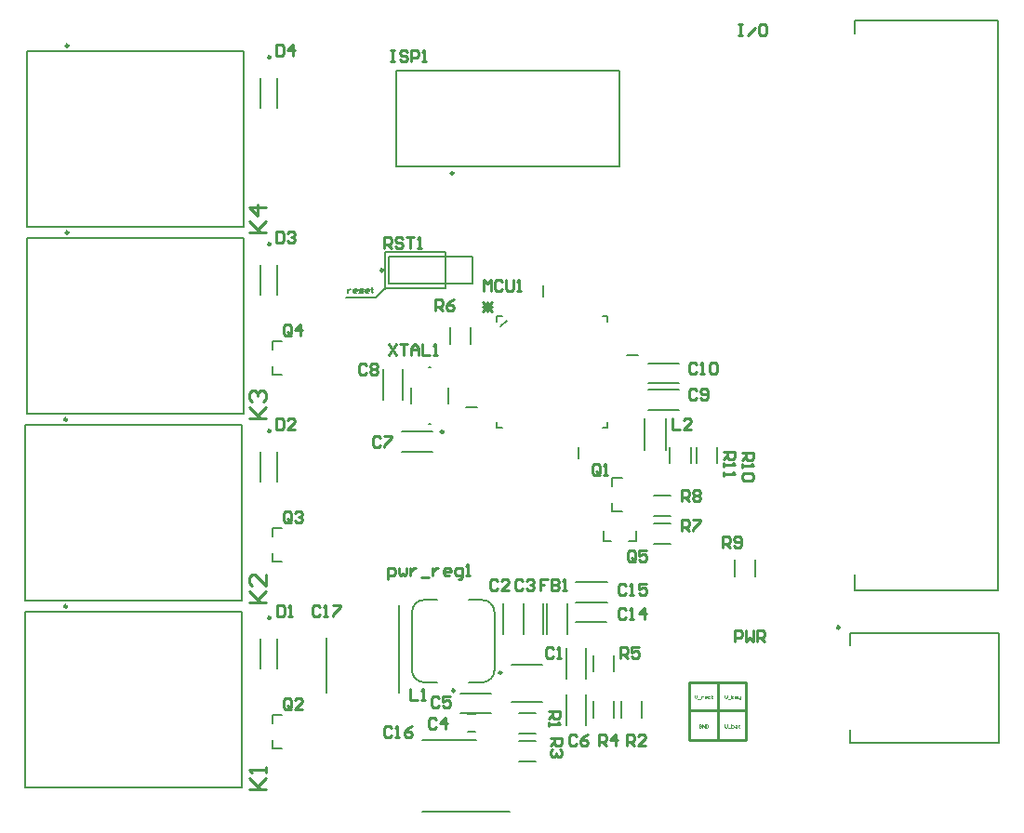
<source format=gbr>
%TF.GenerationSoftware,Altium Limited,Altium Designer,25.3.3 (18)*%
G04 Layer_Color=65535*
%FSLAX45Y45*%
%MOMM*%
%TF.SameCoordinates,ACD2DE35-000D-4175-8758-006393140AE5*%
%TF.FilePolarity,Positive*%
%TF.FileFunction,Legend,Top*%
%TF.Part,Single*%
G01*
G75*
%TA.AperFunction,NonConductor*%
%ADD52C,0.25000*%
%ADD53C,0.20000*%
%ADD54C,0.25400*%
%ADD55C,0.15400*%
%ADD56C,0.15240*%
%ADD57C,0.26442*%
%ADD58C,0.10000*%
D52*
X13242200Y5060700D02*
G03*
X13242200Y5060700I-12500J0D01*
G01*
X12804500Y9607000D02*
G03*
X12804500Y9607000I-12500J0D01*
G01*
X9285800Y7365100D02*
G03*
X9285800Y7365100I-12500J0D01*
G01*
X9298500Y10768700D02*
G03*
X9298500Y10768700I-12500J0D01*
G01*
X9285800Y5663300D02*
G03*
X9285800Y5663300I-12500J0D01*
G01*
X9298500Y9066900D02*
G03*
X9298500Y9066900I-12500J0D01*
G01*
X11139824Y5559353D02*
G03*
X11139824Y5559353I-12500J0D01*
G01*
Y7261153D02*
G03*
X11139824Y7261153I-12500J0D01*
G01*
Y8962953D02*
G03*
X11139824Y8962953I-12500J0D01*
G01*
Y10664753D02*
G03*
X11139824Y10664753I-12500J0D01*
G01*
X12164900Y8724900D02*
G03*
X12164900Y8724900I-12500J0D01*
G01*
X12713200Y7251900D02*
G03*
X12713200Y7251900I-12500J0D01*
G01*
X16319299Y5471700D02*
G03*
X16319299Y5471700I-12500J0D01*
G01*
X12814101Y4896700D02*
G03*
X12814101Y4896700I-12500J0D01*
G01*
D53*
X13066600Y4971700D02*
G03*
X13176601Y5081700I0J110000D01*
G01*
Y5611700D02*
G03*
X13066600Y5721700I-110000J0D01*
G01*
X12536600D02*
G03*
X12426600Y5611700I0J-110000D01*
G01*
Y5081700D02*
G03*
X12536600Y4971700I110000J0D01*
G01*
X12520000Y4450000D02*
X13014999D01*
X12520000Y3790000D02*
X13312500D01*
X12937633Y4680000D02*
X13002367D01*
X12937633Y4520000D02*
X13002367D01*
X12310000Y4880000D02*
Y5672500D01*
X11650000Y4880000D02*
Y5375000D01*
X13439394Y5409396D02*
Y5690604D01*
X13620607Y5409396D02*
Y5690604D01*
X13842911Y5407089D02*
Y5692911D01*
X13657089Y5407089D02*
Y5692911D01*
X13259393Y5409396D02*
Y5690604D01*
X13440607Y5409396D02*
Y5690604D01*
X13919809Y5701606D02*
X14201022D01*
X13919809Y5882819D02*
X14201022D01*
X13334700Y5135702D02*
X13614700D01*
X13334700Y4795698D02*
X13614700D01*
X13919394Y5700607D02*
X14200607D01*
X13919394Y5519393D02*
X14200607D01*
X11156798Y7774798D02*
X11244301D01*
X11156798Y8002300D02*
Y8074802D01*
Y7774798D02*
Y7847300D01*
Y8074802D02*
X11244301D01*
X14578696Y7634407D02*
X14859904D01*
X14578696Y7453193D02*
X14859904D01*
X14314999Y9667001D02*
Y10544997D01*
X12285001Y9667001D02*
X14314999D01*
X12285001Y10544997D02*
X14314999D01*
X12285001Y9667001D02*
Y10544997D01*
X15014999Y6965000D02*
Y7115000D01*
X15205000Y6965000D02*
Y7115000D01*
X14775000Y6966539D02*
Y7116539D01*
X14964999Y6966539D02*
Y7116539D01*
X15364999Y5935000D02*
Y6085000D01*
X15555000Y5935000D02*
Y6085000D01*
X14631599Y6419601D02*
X14781601D01*
X14631599Y6229599D02*
X14781601D01*
X14170000Y6260000D02*
Y6347500D01*
X14397501Y6260000D02*
X14470000D01*
X14170000D02*
X14242500D01*
X14470000D02*
Y6347500D01*
X8908298Y5715102D02*
Y7315098D01*
Y5715102D02*
X10878302D01*
Y7315098D01*
X8908298D02*
X10878302D01*
X16459003Y10996498D02*
X17763998D01*
X16459003Y5806501D02*
X17763998D01*
Y10996498D01*
X16459003Y5806501D02*
Y5956498D01*
Y10876498D02*
Y10996498D01*
X8920998Y9118702D02*
Y10718698D01*
Y9118702D02*
X10891002D01*
Y10718698D01*
X8920998D02*
X10891002D01*
X11156798Y4671202D02*
X11244301D01*
X11156798Y4371198D02*
Y4443700D01*
Y4598700D02*
Y4671202D01*
Y4371198D02*
X11244301D01*
X11156798Y6373002D02*
X11244301D01*
X11156798Y6072998D02*
Y6145500D01*
Y6300500D02*
Y6373002D01*
Y6072998D02*
X11244301D01*
X8908298Y5613298D02*
X10878302D01*
Y4013302D02*
Y5613298D01*
X8908298Y4013302D02*
X10878302D01*
X8908298D02*
Y5613298D01*
X8920998Y9016898D02*
X10891002D01*
Y7416902D02*
Y9016898D01*
X8920998Y7416902D02*
X10891002D01*
X8920998D02*
Y9016898D01*
X11199825Y5364902D02*
X11202700D01*
X11047700D02*
X11050575D01*
X11047700Y5099898D02*
Y5364902D01*
X11199825Y5099898D02*
X11202700D01*
X11047700D02*
X11050575D01*
X11202700D02*
Y5364902D01*
X11199825Y7066702D02*
X11202700D01*
X11047700D02*
X11050575D01*
X11047700Y6801698D02*
Y7066702D01*
X11199825Y6801698D02*
X11202700D01*
X11047700D02*
X11050575D01*
X11202700D02*
Y7066702D01*
X11199825Y8768502D02*
X11202700D01*
X11047700D02*
X11050575D01*
X11047700Y8503498D02*
Y8768502D01*
X11199825Y8503498D02*
X11202700D01*
X11047700D02*
X11050575D01*
X11202700D02*
Y8768502D01*
X11199825Y10470302D02*
X11202700D01*
X11047700D02*
X11050575D01*
X11047700Y10205298D02*
Y10470302D01*
X11199825Y10205298D02*
X11202700D01*
X11047700D02*
X11050575D01*
X11202700D02*
Y10470302D01*
X14631599Y6673601D02*
X14781601D01*
X14631599Y6483599D02*
X14781601D01*
X14249998Y6529998D02*
X14337502D01*
X14249998Y6757501D02*
Y6830002D01*
Y6529998D02*
Y6602500D01*
Y6830002D02*
X14337502D01*
X12217400Y8849401D02*
X12979401D01*
X12217400Y8600399D02*
X12979401D01*
X12217400D02*
Y8849401D01*
X12979401Y8600399D02*
Y8849401D01*
X12578202Y7324400D02*
X12593198D01*
X12753198Y7509398D02*
Y7654402D01*
X12578202Y7839400D02*
X12593198D01*
X12418202Y7509398D02*
Y7654402D01*
X14547789Y7088292D02*
Y7378908D01*
X14738411Y7088292D02*
Y7378908D01*
X14268201Y4649399D02*
Y4799401D01*
X14078198Y4649399D02*
Y4799401D01*
X16416801Y4424202D02*
Y4536699D01*
Y5306700D02*
Y5419202D01*
X17766801D01*
Y4424202D02*
Y5419202D01*
X16416801Y4424202D02*
X17766801D01*
X12946597Y4971699D02*
X13066599D01*
X12946597Y5721701D02*
X13066599D01*
X12536602D02*
X12656602D01*
X13176601Y5081702D02*
Y5611698D01*
X12536602Y4971699D02*
X12656602D01*
X12426599Y5081702D02*
Y5611698D01*
X14078198Y5068499D02*
Y5218501D01*
X14268201Y5068499D02*
Y5218501D01*
X14009807Y5002896D02*
Y5284104D01*
X13828593Y5002896D02*
Y5284104D01*
X14578696Y7875707D02*
X14859904D01*
X14578696Y7694493D02*
X14859904D01*
X12330796Y7253407D02*
X12612004D01*
X12330796Y7072193D02*
X12612004D01*
X12164893Y7542896D02*
Y7824104D01*
X12346107Y7542896D02*
Y7824104D01*
X12869395Y4870607D02*
X13150604D01*
X12869395Y4689393D02*
X13150604D01*
X13399699Y4692401D02*
X13549701D01*
X13399699Y4502399D02*
X13549701D01*
X12960101Y8052999D02*
Y8203001D01*
X12770099Y8052999D02*
Y8203001D01*
X13399699Y4248399D02*
X13549701D01*
X13399699Y4438401D02*
X13549701D01*
X14009807Y4583796D02*
Y4865004D01*
X13828593Y4583796D02*
Y4865004D01*
X14522202Y4649399D02*
Y4799401D01*
X14332199Y4649399D02*
Y4799401D01*
D54*
X14950000Y4450000D02*
X15470000D01*
X14950000Y4970000D02*
X15470000D01*
Y4450000D02*
Y4970000D01*
X14950000Y4450000D02*
Y4970000D01*
X12180000Y8560000D02*
X12180000D01*
X14960001Y4720000D02*
X15460001D01*
X15210001Y4450000D02*
Y4960000D01*
X13659216Y5910784D02*
X13591505D01*
Y5860000D01*
X13625362D01*
X13591505D01*
Y5809216D01*
X13693073Y5910784D02*
Y5809216D01*
X13743855D01*
X13760783Y5826144D01*
Y5843072D01*
X13743855Y5860000D01*
X13693073D01*
X13743855D01*
X13760783Y5876928D01*
Y5893856D01*
X13743855Y5910784D01*
X13693073D01*
X13794640Y5809216D02*
X13828494D01*
X13811568D01*
Y5910784D01*
X13794640Y5893856D01*
X11590753Y5653856D02*
X11573825Y5670784D01*
X11539969D01*
X11523041Y5653856D01*
Y5586144D01*
X11539969Y5569216D01*
X11573825D01*
X11590753Y5586144D01*
X11624608Y5569216D02*
X11658464D01*
X11641536D01*
Y5670784D01*
X11624608Y5653856D01*
X11709248Y5670784D02*
X11776959D01*
Y5653856D01*
X11709248Y5586144D01*
Y5569216D01*
X12240753Y4553856D02*
X12223825Y4570784D01*
X12189969D01*
X12173041Y4553856D01*
Y4486144D01*
X12189969Y4469217D01*
X12223825D01*
X12240753Y4486144D01*
X12274608Y4469217D02*
X12308464D01*
X12291536D01*
Y4570784D01*
X12274608Y4553856D01*
X12426959Y4570784D02*
X12393103Y4553856D01*
X12359248Y4520000D01*
Y4486144D01*
X12376176Y4469217D01*
X12410031D01*
X12426959Y4486144D01*
Y4503072D01*
X12410031Y4520000D01*
X12359248D01*
X14370753Y5853856D02*
X14353825Y5870784D01*
X14319969D01*
X14303041Y5853856D01*
Y5786144D01*
X14319969Y5769217D01*
X14353825D01*
X14370753Y5786144D01*
X14404608Y5769217D02*
X14438464D01*
X14421536D01*
Y5870784D01*
X14404608Y5853856D01*
X14556960Y5870784D02*
X14489249D01*
Y5820000D01*
X14523103Y5836928D01*
X14540031D01*
X14556960Y5820000D01*
Y5786144D01*
X14540031Y5769217D01*
X14506177D01*
X14489249Y5786144D01*
X14370753Y5633856D02*
X14353825Y5650784D01*
X14319969D01*
X14303041Y5633856D01*
Y5566144D01*
X14319969Y5549216D01*
X14353825D01*
X14370753Y5566144D01*
X14404608Y5549216D02*
X14438464D01*
X14421536D01*
Y5650784D01*
X14404608Y5633856D01*
X14540031Y5549216D02*
Y5650784D01*
X14489249Y5600000D01*
X14556960D01*
X15259216Y7070031D02*
X15360783D01*
Y7019248D01*
X15343855Y7002320D01*
X15310001D01*
X15293073Y7019248D01*
Y7070031D01*
Y7036175D02*
X15259216Y7002320D01*
Y6968464D02*
Y6934608D01*
Y6951536D01*
X15360783D01*
X15343855Y6968464D01*
X15259216Y6883824D02*
Y6849969D01*
Y6866897D01*
X15360783D01*
X15343855Y6883824D01*
X15429218Y7065419D02*
X15530785D01*
Y7014636D01*
X15513857Y6997708D01*
X15480000D01*
X15463072Y7014636D01*
Y7065419D01*
Y7031564D02*
X15429218Y6997708D01*
Y6963852D02*
Y6929997D01*
Y6946924D01*
X15530785D01*
X15513857Y6963852D01*
Y6879213D02*
X15530785Y6862285D01*
Y6828429D01*
X15513857Y6811501D01*
X15446144D01*
X15429218Y6828429D01*
Y6862285D01*
X15446144Y6879213D01*
X15513857D01*
X15255360Y6199216D02*
Y6300784D01*
X15306145D01*
X15323071Y6283856D01*
Y6250000D01*
X15306145Y6233072D01*
X15255360D01*
X15289217D02*
X15323071Y6199216D01*
X15356927Y6216144D02*
X15373856Y6199216D01*
X15407712D01*
X15424638Y6216144D01*
Y6283856D01*
X15407712Y6300784D01*
X15373856D01*
X15356927Y6283856D01*
Y6266928D01*
X15373856Y6250000D01*
X15424638D01*
X14463072Y6086144D02*
Y6153856D01*
X14446144Y6170784D01*
X14412289D01*
X14395361Y6153856D01*
Y6086144D01*
X14412289Y6069216D01*
X14446144D01*
X14429218Y6103072D02*
X14463072Y6069216D01*
X14446144D02*
X14463072Y6086144D01*
X14564639Y6170784D02*
X14496928D01*
Y6120000D01*
X14530785Y6136928D01*
X14547713D01*
X14564639Y6120000D01*
Y6086144D01*
X14547713Y6069216D01*
X14513857D01*
X14496928Y6086144D01*
X15400044Y10967679D02*
X15433900D01*
X15416972D01*
Y10866112D01*
X15400044D01*
X15433900D01*
X15484685D02*
X15552396Y10933823D01*
X15637035Y10967679D02*
X15603178D01*
X15586250Y10950751D01*
Y10883040D01*
X15603178Y10866112D01*
X15637035D01*
X15653963Y10883040D01*
Y10950751D01*
X15637035Y10967679D01*
X12229185Y10730784D02*
X12263041D01*
X12246113D01*
Y10629216D01*
X12229185D01*
X12263041D01*
X12381536Y10713856D02*
X12364608Y10730784D01*
X12330753D01*
X12313825Y10713856D01*
Y10696928D01*
X12330753Y10680000D01*
X12364608D01*
X12381536Y10663072D01*
Y10646144D01*
X12364608Y10629216D01*
X12330753D01*
X12313825Y10646144D01*
X12415392Y10629216D02*
Y10730784D01*
X12466175D01*
X12483103Y10713856D01*
Y10680000D01*
X12466175Y10663072D01*
X12415392D01*
X12516959Y10629216D02*
X12550815D01*
X12533887D01*
Y10730784D01*
X12516959Y10713856D01*
X11192961Y10782284D02*
Y10680717D01*
X11243744D01*
X11260672Y10697644D01*
Y10765356D01*
X11243744Y10782284D01*
X11192961D01*
X11345312Y10680717D02*
Y10782284D01*
X11294528Y10731500D01*
X11362239D01*
X11192961Y9080484D02*
Y8978917D01*
X11243744D01*
X11260672Y8995844D01*
Y9063556D01*
X11243744Y9080484D01*
X11192961D01*
X11294528Y9063556D02*
X11311456Y9080484D01*
X11345312D01*
X11362239Y9063556D01*
Y9046628D01*
X11345312Y9029700D01*
X11328384D01*
X11345312D01*
X11362239Y9012772D01*
Y8995844D01*
X11345312Y8978917D01*
X11311456D01*
X11294528Y8995844D01*
X11192961Y7378684D02*
Y7277117D01*
X11243744D01*
X11260672Y7294044D01*
Y7361756D01*
X11243744Y7378684D01*
X11192961D01*
X11362239Y7277117D02*
X11294528D01*
X11362239Y7344828D01*
Y7361756D01*
X11345312Y7378684D01*
X11311456D01*
X11294528Y7361756D01*
X11197189Y5676884D02*
Y5575317D01*
X11247972D01*
X11264900Y5592244D01*
Y5659956D01*
X11247972Y5676884D01*
X11197189D01*
X11298756Y5575317D02*
X11332612D01*
X11315684D01*
Y5676884D01*
X11298756Y5659956D01*
X11324172Y8144944D02*
Y8212656D01*
X11307244Y8229584D01*
X11273389D01*
X11256461Y8212656D01*
Y8144944D01*
X11273389Y8128017D01*
X11307244D01*
X11290317Y8161872D02*
X11324172Y8128017D01*
X11307244D02*
X11324172Y8144944D01*
X11408812Y8128017D02*
Y8229584D01*
X11358028Y8178800D01*
X11425739D01*
X11324172Y6443144D02*
Y6510856D01*
X11307244Y6527784D01*
X11273389D01*
X11256461Y6510856D01*
Y6443144D01*
X11273389Y6426217D01*
X11307244D01*
X11290317Y6460072D02*
X11324172Y6426217D01*
X11307244D02*
X11324172Y6443144D01*
X11358028Y6510856D02*
X11374956Y6527784D01*
X11408812D01*
X11425739Y6510856D01*
Y6493928D01*
X11408812Y6477000D01*
X11391884D01*
X11408812D01*
X11425739Y6460072D01*
Y6443144D01*
X11408812Y6426217D01*
X11374956D01*
X11358028Y6443144D01*
X11324172Y4741344D02*
Y4809056D01*
X11307244Y4825984D01*
X11273389D01*
X11256461Y4809056D01*
Y4741344D01*
X11273389Y4724417D01*
X11307244D01*
X11290317Y4758272D02*
X11324172Y4724417D01*
X11307244D02*
X11324172Y4741344D01*
X11425739Y4724417D02*
X11358028D01*
X11425739Y4792128D01*
Y4809056D01*
X11408812Y4825984D01*
X11374956D01*
X11358028Y4809056D01*
X14885361Y6619217D02*
Y6720784D01*
X14936143D01*
X14953072Y6703856D01*
Y6670000D01*
X14936143Y6653072D01*
X14885361D01*
X14919217D02*
X14953072Y6619217D01*
X14986928Y6703856D02*
X15003856Y6720784D01*
X15037712D01*
X15054639Y6703856D01*
Y6686928D01*
X15037712Y6670000D01*
X15054639Y6653072D01*
Y6636144D01*
X15037712Y6619217D01*
X15003856D01*
X14986928Y6636144D01*
Y6653072D01*
X15003856Y6670000D01*
X14986928Y6686928D01*
Y6703856D01*
X15003856Y6670000D02*
X15037712D01*
X14885361Y6349216D02*
Y6450784D01*
X14936143D01*
X14953072Y6433856D01*
Y6400000D01*
X14936143Y6383072D01*
X14885361D01*
X14919217D02*
X14953072Y6349216D01*
X14986928Y6450784D02*
X15054639D01*
Y6433856D01*
X14986928Y6366144D01*
Y6349216D01*
X12175121Y8928117D02*
Y9029684D01*
X12225905D01*
X12242833Y9012756D01*
Y8978900D01*
X12225905Y8961972D01*
X12175121D01*
X12208977D02*
X12242833Y8928117D01*
X12344400Y9012756D02*
X12327472Y9029684D01*
X12293617D01*
X12276689Y9012756D01*
Y8995828D01*
X12293617Y8978900D01*
X12327472D01*
X12344400Y8961972D01*
Y8945044D01*
X12327472Y8928117D01*
X12293617D01*
X12276689Y8945044D01*
X12378256Y9029684D02*
X12445967D01*
X12412112D01*
Y8928117D01*
X12479823D02*
X12513679D01*
X12496751D01*
Y9029684D01*
X12479823Y9012756D01*
X14139999Y6876144D02*
Y6943856D01*
X14123071Y6960784D01*
X14089217D01*
X14072289Y6943856D01*
Y6876144D01*
X14089217Y6859216D01*
X14123071D01*
X14106145Y6893072D02*
X14139999Y6859216D01*
X14123071D02*
X14139999Y6876144D01*
X14173856Y6859216D02*
X14207710D01*
X14190784D01*
Y6960784D01*
X14173856Y6943856D01*
X10947425Y9067841D02*
X11099775D01*
X11048992D01*
X10947425Y9169408D01*
X11023600Y9093233D01*
X11099775Y9169408D01*
Y9296367D02*
X10947425D01*
X11023600Y9220192D01*
Y9321759D01*
X10947425Y7378741D02*
X11099775D01*
X11048992D01*
X10947425Y7480308D01*
X11023600Y7404133D01*
X11099775Y7480308D01*
X10972817Y7531092D02*
X10947425Y7556484D01*
Y7607267D01*
X10972817Y7632659D01*
X10998208D01*
X11023600Y7607267D01*
Y7581875D01*
Y7607267D01*
X11048992Y7632659D01*
X11074383D01*
X11099775Y7607267D01*
Y7556484D01*
X11074383Y7531092D01*
X10947425Y5702341D02*
X11099775D01*
X11048992D01*
X10947425Y5803908D01*
X11023600Y5727733D01*
X11099775Y5803908D01*
Y5956259D02*
Y5854692D01*
X10998208Y5956259D01*
X10972817D01*
X10947425Y5930867D01*
Y5880084D01*
X10972817Y5854692D01*
X10947425Y4000533D02*
X11099775D01*
X11048992D01*
X10947425Y4102100D01*
X11023600Y4025925D01*
X11099775Y4102100D01*
Y4152884D02*
Y4203667D01*
Y4178276D01*
X10947425D01*
X10972817Y4152884D01*
X12412289Y4910784D02*
Y4809216D01*
X12480000D01*
X12513856D02*
X12547712D01*
X12530784D01*
Y4910784D01*
X12513856Y4893856D01*
X14325362Y5189216D02*
Y5290784D01*
X14376144D01*
X14393073Y5273856D01*
Y5240000D01*
X14376144Y5223072D01*
X14325362D01*
X14359216D02*
X14393073Y5189216D01*
X14494640Y5290784D02*
X14426929D01*
Y5240000D01*
X14460783Y5256928D01*
X14477711D01*
X14494640Y5240000D01*
Y5206144D01*
X14477711Y5189216D01*
X14443855D01*
X14426929Y5206144D01*
X14126662Y4394217D02*
Y4495784D01*
X14177444D01*
X14194373Y4478856D01*
Y4445000D01*
X14177444Y4428072D01*
X14126662D01*
X14160516D02*
X14194373Y4394217D01*
X14279012D02*
Y4495784D01*
X14228229Y4445000D01*
X14295940D01*
X14380661Y4394217D02*
Y4495784D01*
X14431444D01*
X14448372Y4478856D01*
Y4445000D01*
X14431444Y4428072D01*
X14380661D01*
X14414517D02*
X14448372Y4394217D01*
X14549939D02*
X14482228D01*
X14549939Y4461928D01*
Y4478856D01*
X14533012Y4495784D01*
X14499156D01*
X14482228Y4478856D01*
X13927672D02*
X13910744Y4495784D01*
X13876889D01*
X13859961Y4478856D01*
Y4411144D01*
X13876889Y4394217D01*
X13910744D01*
X13927672Y4411144D01*
X14029239Y4495784D02*
X13995384Y4478856D01*
X13961528Y4445000D01*
Y4411144D01*
X13978456Y4394217D01*
X14012312D01*
X14029239Y4411144D01*
Y4428072D01*
X14012312Y4445000D01*
X13961528D01*
X13433072Y5893856D02*
X13416144Y5910784D01*
X13382289D01*
X13365361Y5893856D01*
Y5826144D01*
X13382289Y5809216D01*
X13416144D01*
X13433072Y5826144D01*
X13466928Y5893856D02*
X13483856Y5910784D01*
X13517712D01*
X13534639Y5893856D01*
Y5876928D01*
X13517712Y5860000D01*
X13500784D01*
X13517712D01*
X13534639Y5843072D01*
Y5826144D01*
X13517712Y5809216D01*
X13483856D01*
X13466928Y5826144D01*
X13203072Y5893856D02*
X13186143Y5910784D01*
X13152289D01*
X13135361Y5893856D01*
Y5826144D01*
X13152289Y5809216D01*
X13186143D01*
X13203072Y5826144D01*
X13304639Y5809216D02*
X13236928D01*
X13304639Y5876928D01*
Y5893856D01*
X13287712Y5910784D01*
X13253856D01*
X13236928Y5893856D01*
X13710001Y5273856D02*
X13693073Y5290784D01*
X13659216D01*
X13642290Y5273856D01*
Y5206144D01*
X13659216Y5189216D01*
X13693073D01*
X13710001Y5206144D01*
X13743855Y5189216D02*
X13777711D01*
X13760783D01*
Y5290784D01*
X13743855Y5273856D01*
X13690617Y4466139D02*
X13792184D01*
Y4415356D01*
X13775256Y4398428D01*
X13741400D01*
X13724472Y4415356D01*
Y4466139D01*
Y4432283D02*
X13690617Y4398428D01*
X13775256Y4364572D02*
X13792184Y4347644D01*
Y4313788D01*
X13775256Y4296861D01*
X13758328D01*
X13741400Y4313788D01*
Y4330716D01*
Y4313788D01*
X13724472Y4296861D01*
X13707544D01*
X13690617Y4313788D01*
Y4347644D01*
X13707544Y4364572D01*
X12640761Y8356617D02*
Y8458184D01*
X12691544D01*
X12708472Y8441256D01*
Y8407400D01*
X12691544Y8390472D01*
X12640761D01*
X12674617D02*
X12708472Y8356617D01*
X12810039Y8458184D02*
X12776184Y8441256D01*
X12742328Y8407400D01*
Y8373544D01*
X12759256Y8356617D01*
X12793112D01*
X12810039Y8373544D01*
Y8390472D01*
X12793112Y8407400D01*
X12742328D01*
X13669217Y4707711D02*
X13770784D01*
Y4656928D01*
X13753856Y4640000D01*
X13720000D01*
X13703072Y4656928D01*
Y4707711D01*
Y4673856D02*
X13669217Y4640000D01*
Y4606144D02*
Y4572289D01*
Y4589216D01*
X13770784D01*
X13753856Y4606144D01*
X12673072Y4823856D02*
X12656144Y4840784D01*
X12622289D01*
X12605361Y4823856D01*
Y4756144D01*
X12622289Y4739217D01*
X12656144D01*
X12673072Y4756144D01*
X12774639Y4840784D02*
X12706928D01*
Y4790000D01*
X12740784Y4806928D01*
X12757712D01*
X12774639Y4790000D01*
Y4756144D01*
X12757712Y4739217D01*
X12723856D01*
X12706928Y4756144D01*
X12643072Y4633856D02*
X12626144Y4650784D01*
X12592289D01*
X12575361Y4633856D01*
Y4566144D01*
X12592289Y4549216D01*
X12626144D01*
X12643072Y4566144D01*
X12727712Y4549216D02*
Y4650784D01*
X12676928Y4600000D01*
X12744639D01*
X12207587Y5912289D02*
Y6013856D01*
X12258370D01*
X12275298Y5996928D01*
Y5963072D01*
X12258370Y5946144D01*
X12207587D01*
X12309154Y6013856D02*
Y5963072D01*
X12326082Y5946144D01*
X12343010Y5963072D01*
X12359938Y5946144D01*
X12376866Y5963072D01*
Y6013856D01*
X12410721D02*
Y5946144D01*
Y5980000D01*
X12427649Y5996928D01*
X12444577Y6013856D01*
X12461505D01*
X12512289Y5929216D02*
X12580000D01*
X12613856Y6013856D02*
Y5946144D01*
Y5980000D01*
X12630784Y5996928D01*
X12647712Y6013856D01*
X12664639D01*
X12766207Y5946144D02*
X12732351D01*
X12715423Y5963072D01*
Y5996928D01*
X12732351Y6013856D01*
X12766207D01*
X12783134Y5996928D01*
Y5980000D01*
X12715423D01*
X12850845Y5912289D02*
X12867773D01*
X12884702Y5929216D01*
Y6013856D01*
X12833919D01*
X12816991Y5996928D01*
Y5963072D01*
X12833919Y5946144D01*
X12884702D01*
X12918558D02*
X12952412D01*
X12935484D01*
Y6047712D01*
X12918558Y6030784D01*
X15361108Y5344152D02*
Y5445719D01*
X15411893D01*
X15428819Y5428791D01*
Y5394935D01*
X15411893Y5378008D01*
X15361108D01*
X15462675Y5445719D02*
Y5344152D01*
X15496532Y5378008D01*
X15530386Y5344152D01*
Y5445719D01*
X15564243Y5344152D02*
Y5445719D01*
X15615027D01*
X15631955Y5428791D01*
Y5394935D01*
X15615027Y5378008D01*
X15564243D01*
X15598099D02*
X15631955Y5344152D01*
X14799760Y7373284D02*
Y7271716D01*
X14867471D01*
X14969038D02*
X14901328D01*
X14969038Y7339428D01*
Y7356356D01*
X14952112Y7373284D01*
X14918256D01*
X14901328Y7356356D01*
X12213238Y8051784D02*
X12280949Y7950217D01*
Y8051784D02*
X12213238Y7950217D01*
X12314805Y8051784D02*
X12382516D01*
X12348661D01*
Y7950217D01*
X12416372D02*
Y8017928D01*
X12450228Y8051784D01*
X12484083Y8017928D01*
Y7950217D01*
Y8001000D01*
X12416372D01*
X12517939Y8051784D02*
Y7950217D01*
X12585651D01*
X12619507D02*
X12653362D01*
X12636434D01*
Y8051784D01*
X12619507Y8034856D01*
X12009972Y7857056D02*
X11993044Y7873984D01*
X11959189D01*
X11942261Y7857056D01*
Y7789344D01*
X11959189Y7772417D01*
X11993044D01*
X12009972Y7789344D01*
X12043828Y7857056D02*
X12060756Y7873984D01*
X12094612D01*
X12111539Y7857056D01*
Y7840128D01*
X12094612Y7823200D01*
X12111539Y7806272D01*
Y7789344D01*
X12094612Y7772417D01*
X12060756D01*
X12043828Y7789344D01*
Y7806272D01*
X12060756Y7823200D01*
X12043828Y7840128D01*
Y7857056D01*
X12060756Y7823200D02*
X12094612D01*
X12136972Y7196656D02*
X12120044Y7213584D01*
X12086189D01*
X12069261Y7196656D01*
Y7128944D01*
X12086189Y7112017D01*
X12120044D01*
X12136972Y7128944D01*
X12170828Y7213584D02*
X12238539D01*
Y7196656D01*
X12170828Y7128944D01*
Y7112017D01*
X15019872Y7628456D02*
X15002943Y7645384D01*
X14969089D01*
X14952161Y7628456D01*
Y7560744D01*
X14969089Y7543817D01*
X15002943D01*
X15019872Y7560744D01*
X15053728D02*
X15070656Y7543817D01*
X15104512D01*
X15121439Y7560744D01*
Y7628456D01*
X15104512Y7645384D01*
X15070656D01*
X15053728Y7628456D01*
Y7611528D01*
X15070656Y7594600D01*
X15121439D01*
X15015652Y7869756D02*
X14998724Y7886684D01*
X14964870D01*
X14947942Y7869756D01*
Y7802044D01*
X14964870Y7785117D01*
X14998724D01*
X15015652Y7802044D01*
X15049509Y7785117D02*
X15083363D01*
X15066435D01*
Y7886684D01*
X15049509Y7869756D01*
X15134148D02*
X15151076Y7886684D01*
X15184930D01*
X15201859Y7869756D01*
Y7802044D01*
X15184930Y7785117D01*
X15151076D01*
X15134148Y7802044D01*
Y7869756D01*
X13076820Y8534417D02*
Y8635984D01*
X13110677Y8602128D01*
X13144533Y8635984D01*
Y8534417D01*
X13246100Y8619056D02*
X13229172Y8635984D01*
X13195317D01*
X13178389Y8619056D01*
Y8551344D01*
X13195317Y8534417D01*
X13229172D01*
X13246100Y8551344D01*
X13279956Y8635984D02*
Y8551344D01*
X13296884Y8534417D01*
X13330739D01*
X13347667Y8551344D01*
Y8635984D01*
X13381523Y8534417D02*
X13415379D01*
X13398451D01*
Y8635984D01*
X13381523Y8619056D01*
D55*
X12180000Y8560000D02*
X12730000D01*
X12180000Y8890000D02*
X12730000D01*
Y8560000D02*
Y8890000D01*
X12180000Y8560000D02*
Y8890000D01*
X11830000Y8480000D02*
X12100000D01*
X12180000Y8560000D01*
X12180000D01*
X11843318Y8556423D02*
Y8521501D01*
Y8538962D01*
X11852049Y8547693D01*
X11860779Y8556423D01*
X11869510D01*
X11921893Y8521501D02*
X11904432D01*
X11895701Y8530232D01*
Y8547693D01*
X11904432Y8556423D01*
X11921893D01*
X11930623Y8547693D01*
Y8538962D01*
X11895701D01*
X11948084Y8521501D02*
X11974276D01*
X11983006Y8530232D01*
X11974276Y8538962D01*
X11956815D01*
X11948084Y8547693D01*
X11956815Y8556423D01*
X11983006D01*
X12026659Y8521501D02*
X12009198D01*
X12000467Y8530232D01*
Y8547693D01*
X12009198Y8556423D01*
X12026659D01*
X12035389Y8547693D01*
Y8538962D01*
X12000467D01*
X12061581Y8565154D02*
Y8556423D01*
X12052850D01*
X12070311D01*
X12061581D01*
Y8530232D01*
X12070311Y8521501D01*
D56*
X13197839Y7292340D02*
Y7340600D01*
Y8255000D02*
Y8303260D01*
X14160500D02*
X14208760D01*
Y7292340D02*
Y7340600D01*
X13197839Y7292340D02*
X13246100D01*
X13233400Y8211820D02*
X13289281Y8267700D01*
X14160500Y7292340D02*
X14208760D01*
Y8255000D02*
Y8303260D01*
X13197839D02*
X13246100D01*
X14384019Y7955280D02*
X14485620D01*
X12918440Y7475220D02*
X13020039D01*
X13624561Y8486140D02*
Y8587740D01*
X13944600Y7012940D02*
Y7114540D01*
D57*
X13068300Y8436999D02*
X13152939Y8352360D01*
X13068300D02*
X13152939Y8436999D01*
X13068300Y8394679D02*
X13152939D01*
X13110620Y8352360D02*
Y8436999D01*
D58*
X15274782Y4587339D02*
Y4567346D01*
X15284779Y4557349D01*
X15294775Y4567346D01*
Y4587339D01*
X15304773Y4552351D02*
X15324767D01*
X15334763Y4587339D02*
Y4557349D01*
X15349757D01*
X15354756Y4562347D01*
Y4567346D01*
Y4572344D01*
X15349757Y4577343D01*
X15334763D01*
X15369753D02*
X15379749D01*
X15384747Y4572344D01*
Y4557349D01*
X15369753D01*
X15364754Y4562347D01*
X15369753Y4567346D01*
X15384747D01*
X15399742Y4582341D02*
Y4577343D01*
X15394743D01*
X15404739D01*
X15399742D01*
Y4562347D01*
X15404739Y4557349D01*
X15059995Y4584992D02*
X15054996Y4589990D01*
X15044998D01*
X15039999Y4584992D01*
Y4564998D01*
X15044998Y4560000D01*
X15054996D01*
X15059995Y4564998D01*
Y4574995D01*
X15049997D01*
X15069991Y4560000D02*
Y4589990D01*
X15089984Y4560000D01*
Y4589990D01*
X15099980D02*
Y4560000D01*
X15114977D01*
X15119974Y4564998D01*
Y4584992D01*
X15114977Y4589990D01*
X15099980D01*
X15273860Y4854550D02*
Y4834557D01*
X15283856Y4824560D01*
X15293854Y4834557D01*
Y4854550D01*
X15303850Y4819562D02*
X15323843D01*
X15333839Y4824560D02*
Y4854550D01*
Y4834557D02*
X15348836Y4844554D01*
X15333839Y4834557D02*
X15348836Y4824560D01*
X15378825D02*
X15368829D01*
X15363831Y4829559D01*
Y4839555D01*
X15368829Y4844554D01*
X15378825D01*
X15383824Y4839555D01*
Y4834557D01*
X15363831D01*
X15393822Y4844554D02*
Y4829559D01*
X15398819Y4824560D01*
X15413814D01*
Y4819562D01*
X15408817Y4814563D01*
X15403818D01*
X15413814Y4824560D02*
Y4844554D01*
X15000000Y4854989D02*
Y4834995D01*
X15009998Y4824998D01*
X15019994Y4834995D01*
Y4854989D01*
X15029990Y4820000D02*
X15049985D01*
X15059981Y4844992D02*
Y4824998D01*
Y4834995D01*
X15064980Y4839994D01*
X15069977Y4844992D01*
X15074976D01*
X15104967Y4824998D02*
X15094969D01*
X15089970Y4829997D01*
Y4839994D01*
X15094969Y4844992D01*
X15104967D01*
X15109964Y4839994D01*
Y4834995D01*
X15089970D01*
X15139955Y4844992D02*
X15124960D01*
X15119962Y4839994D01*
Y4829997D01*
X15124960Y4824998D01*
X15139955D01*
X15154950Y4849990D02*
Y4844992D01*
X15149951D01*
X15159949D01*
X15154950D01*
Y4829997D01*
X15159949Y4824998D01*
%TF.MD5,37ac73813c9ce5a57a8a5cb2c553848c*%
M02*

</source>
